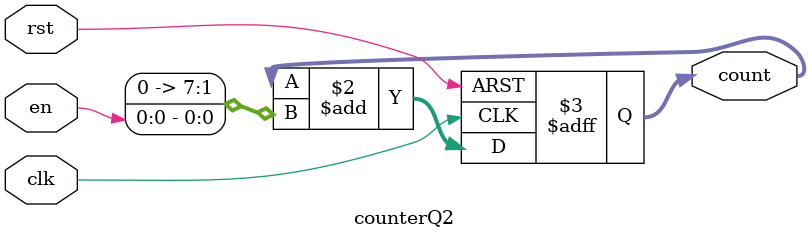
<source format=sv>
module counterQ2 #(
    parameter WIDTH = 8
)(
    // interface signals
    input  logic              clk,   // clock
    input  logic              rst,   // reset
    input  logic              en,    // counter enable
    output logic [WIDTH-1:0]  count  // count output
);

always_ff @(posedge clk, posedge rst)
    if (rst)
        count <= {WIDTH{1'b0}};
    else
        count <= count + {{WIDTH-1{1'b0}}, en};

endmodule


</source>
